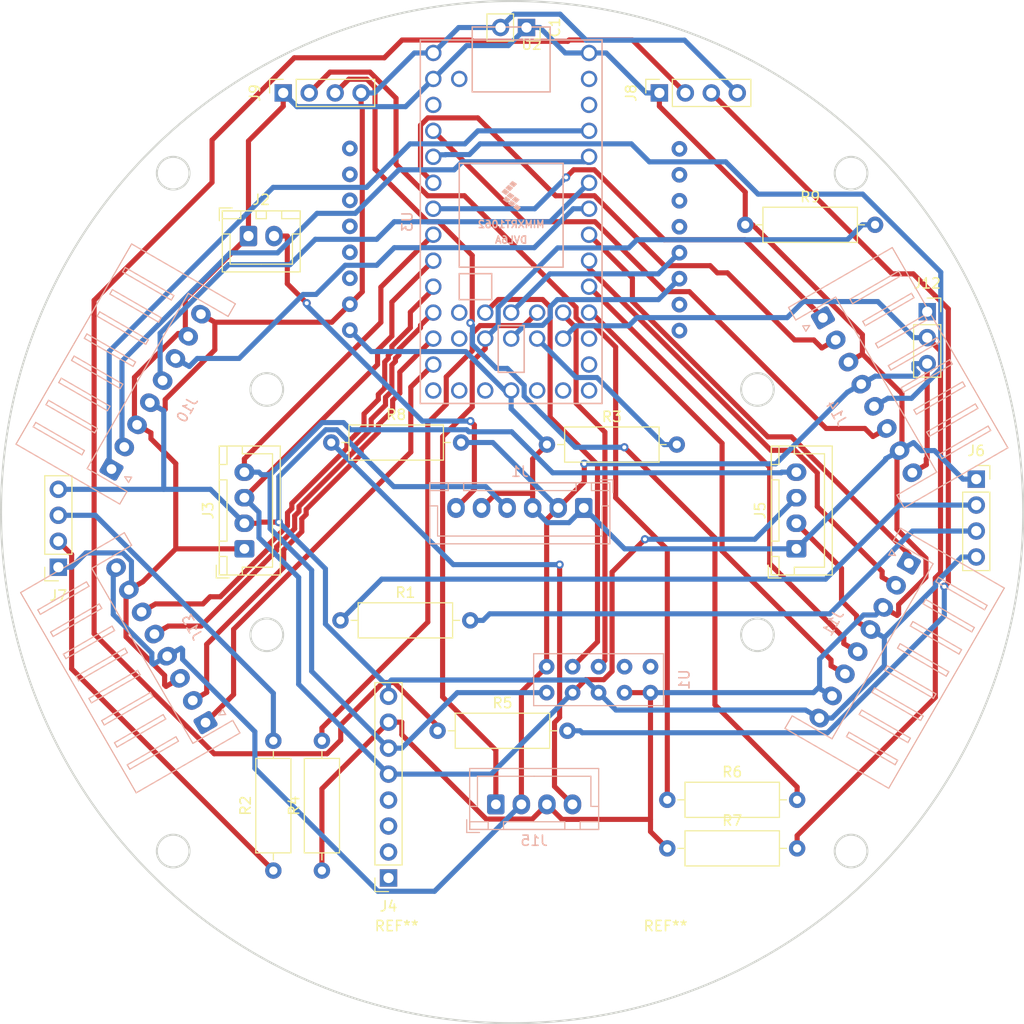
<source format=kicad_pcb>
(kicad_pcb (version 20211014) (generator pcbnew)
  (layers (0 "F.Cu" signal) (31 "B.Cu" signal) (34 "B.Paste" user) (35 "F.Paste" user) (36 "B.SilkS" user "B.Silkscreen") (37 "F.SilkS" user "F.Silkscreen") (38 "B.Mask" user) (39 "F.Mask" user) (44 "Edge.Cuts" user))
  (net 0 "")
  (net 1 "GND")
  (net 2 "5V")
  (net 3 "3.3V")
  (net 4 "7.4V")
  (net 5 "SDA")
  (net 6 "SCL")
  (net 7 "Net-(J4-Pad1)")
  (net 8 "Net-(J4-Pad2)")
  (net 9 "Net-(J4-Pad3)")
  (net 10 "Net-(J4-Pad4)")
  (net 11 "Net-(J6-Pad2)")
  (net 12 "HC-SR04-Front")
  (net 13 "Net-(J7-Pad2)")
  (net 14 "HC-SR04-Left")
  (net 15 "HC-SR04-Back")
  (net 16 "Net-(J8-Pad2)")
  (net 17 "HC-SR04-Right")
  (net 18 "Net-(J9-Pad2)")
  (net 19 "M1_PWM")
  (net 20 "M1_DIR")
  (net 21 "M2_PWM")
  (net 22 "M2_DIR")
  (net 23 "M4_DIR")
  (net 24 "M4_PWM")
  (net 25 "M3_DIR")
  (net 26 "M3_PWM")
  (net 27 "Net-(J12-Pad1)")
  (net 28 "Net-(J12-Pad2)")
  (net 29 "A0")
  (net 30 "A1")
  (net 31 "A2")
  (net 32 "A3")
  (net 33 "A9")
  (net 34 "A8")
  (net 35 "A7")
  (net 36 "A6")
  (net 37 "A12")
  (net 38 "Net-(J15-Pad4)")
  (net 39 "LED2")
  (net 40 "LED1")
  (net 41 "UI_1")
  (net 42 "UI_2")
  (net 43 "UI_3")
  (net 44 "UI_4")
  (net 45 "Net-(U2-Pad1)")
  (net 46 "Net-(U2-Pad2)")
  (net 47 "RX")
  (net 48 "TX")
  (net 49 "Net-(U2-Pad5)")
  (net 50 "Net-(U2-Pad6)")
  (net 51 "Net-(U2-Pad7)")
  (net 52 "Net-(U2-Pad8)")
  (net 53 "Net-(U2-Pad11)")
  (net 54 "Net-(U2-Pad12)")
  (net 55 "Net-(U2-Pad13)")
  (net 56 "Net-(U2-Pad14)")
  (net 57 "Net-(U2-Pad15)")
  (net 58 "Net-(U2-Pad16)")
  (net 59 "Net-(U3-Pad18)")
  (net 60 "Net-(U3-Pad19)")
  (net 61 "Net-(U3-Pad20)")
  (net 62 "Net-(U3-Pad16)")
  (net 63 "Net-(U3-Pad15)")
  (net 64 "Net-(U3-Pad14)")
  (net 65 "Net-(U3-Pad31)")
  (net 66 "Net-(U3-Pad34)")
  (net 67 "Net-(U3-Pad13)")
  (net 68 "Net-(U3-Pad12)")
  (net 69 "Net-(U3-Pad3)")
  (net 70 "Net-(U3-Pad2)")
  (net 71 "Net-(U3-Pad35)")
  (net 72 "Net-(U3-Pad36)")
  (footprint "Connector_PinSocket_2.54mm:PinSocket_1x02_P2.54mm_Vertical" (layer "F.Cu") (at 146 51 -90)
    (fp_text reference "C1")
    (fp_text value "C")
  )
  (footprint "Connector_JST:JST_XH_B2B-XH-A_1x02_P2.50mm_Vertical" (layer "F.Cu") (at 118.8 71.4)
    (fp_text reference "J2")
    (fp_text value "Voltage")
  )
  (footprint "Connector_JST:JST_XH_B4B-XH-A_1x04_P2.50mm_Vertical" (layer "F.Cu") (at 118.4 102 90)
    (fp_text reference "J3")
    (fp_text value "I2C Port")
  )
  (footprint "Connector_PinSocket_2.54mm:PinSocket_1x08_P2.54mm_Vertical" (layer "F.Cu") (at 132.5 134.2 180)
    (fp_text reference "J4")
    (fp_text value "Gyro")
  )
  (footprint "Connector_JST:JST_XH_B4B-XH-A_1x04_P2.50mm_Vertical" (layer "F.Cu") (at 172.4 102 90)
    (fp_text reference "J5")
    (fp_text value "I2C Port")
  )
  (footprint "Connector_PinSocket_2.54mm:PinSocket_1x04_P2.54mm_Vertical" (layer "F.Cu") (at 190 95.18)
    (fp_text reference "J6")
    (fp_text value "HC SR04")
  )
  (footprint "Connector_PinSocket_2.54mm:PinSocket_1x04_P2.54mm_Vertical" (layer "F.Cu") (at 100.2 103.8 180)
    (fp_text reference "J7")
    (fp_text value "HC SR04")
  )
  (footprint "Connector_PinSocket_2.54mm:PinSocket_1x04_P2.54mm_Vertical" (layer "F.Cu") (at 159 57.4 90)
    (fp_text reference "J8")
    (fp_text value "HC SR04")
  )
  (footprint "Connector_PinSocket_2.54mm:PinSocket_1x04_P2.54mm_Vertical" (layer "F.Cu") (at 122.2 57.4 90)
    (fp_text reference "J9")
    (fp_text value "HC SR04")
  )
  (footprint "Connector_PinSocket_2.54mm:PinSocket_1x03_P2.54mm_Vertical" (layer "F.Cu") (at 185.2 78.8)
    (fp_text reference "J12")
    (fp_text value "MotorSwitch")
  )
  (footprint "Resistor_THT:R_Axial_DIN0309_L9.0mm_D3.2mm_P12.70mm_Horizontal" (layer "F.Cu") (at 127.8 109)
    (fp_text reference "R1")
    (fp_text value "R")
  )
  (footprint "Resistor_THT:R_Axial_DIN0309_L9.0mm_D3.2mm_P12.70mm_Horizontal" (layer "F.Cu") (at 121.235 133.475 90)
    (fp_text reference "R2")
    (fp_text value "R")
  )
  (footprint "Resistor_THT:R_Axial_DIN0309_L9.0mm_D3.2mm_P12.70mm_Horizontal" (layer "F.Cu") (at 148 91.8)
    (fp_text reference "R3")
    (fp_text value "100K")
  )
  (footprint "Resistor_THT:R_Axial_DIN0309_L9.0mm_D3.2mm_P12.70mm_Horizontal" (layer "F.Cu") (at 125.985 133.475 90)
    (fp_text reference "R4")
    (fp_text value "100K")
  )
  (footprint "Resistor_THT:R_Axial_DIN0309_L9.0mm_D3.2mm_P12.70mm_Horizontal" (layer "F.Cu") (at 137.3 119.8)
    (fp_text reference "R5")
    (fp_text value "R")
  )
  (footprint "Resistor_THT:R_Axial_DIN0309_L9.0mm_D3.2mm_P12.70mm_Horizontal" (layer "F.Cu") (at 159.775 126.555)
    (fp_text reference "R6")
    (fp_text value "R")
  )
  (footprint "Resistor_THT:R_Axial_DIN0309_L9.0mm_D3.2mm_P12.70mm_Horizontal" (layer "F.Cu") (at 159.775 131.305)
    (fp_text reference "R7")
    (fp_text value "100k")
  )
  (footprint "Resistor_THT:R_Axial_DIN0309_L9.0mm_D3.2mm_P12.70mm_Horizontal" (layer "F.Cu") (at 126.9 91.6)
    (fp_text reference "R8")
    (fp_text value "47")
  )
  (footprint "Resistor_THT:R_Axial_DIN0309_L9.0mm_D3.2mm_P12.70mm_Horizontal" (layer "F.Cu") (at 167.4 70.3)
    (fp_text reference "R9")
    (fp_text value "100k")
  )
  (footprint "OpenMV_KICAD_LIB:OPENMV_H7" (layer "F.Cu") (at 146.5 57.75 180)
    (fp_text reference "U2")
    (fp_text value "OpenMV")
  )
  (footprint "MountingHole:MountingHole_2.2mm_M2" (layer "F.Cu") (at 133.3 142.1)
    (fp_text reference "REF**")
    (fp_text value "MountingHole_2.2mm_M2")
  )
  (footprint "MountingHole:MountingHole_2.2mm_M2" (layer "F.Cu") (at 159.6 142.1)
    (fp_text reference "REF**")
    (fp_text value "MountingHole_2.2mm_M2")
  )
  (footprint "Connector_JST:JST_XH_B6B-XH-A_1x06_P2.50mm_Vertical" (layer "B.Cu") (at 151.6 98 180)
    (fp_text reference "J1")
    (fp_text value "Power IN")
  )
  (footprint "Connector_JST:JST_XH_S8B-XH-A_1x08_P2.50mm_Horizontal" (layer "B.Cu") (at 105.4 94.2 60)
    (fp_text reference "J10")
    (fp_text value "Motor Right")
  )
  (footprint "Connector_JST:JST_XH_S8B-XH-A_1x08_P2.50mm_Horizontal" (layer "B.Cu") (at 183.4 103.4 -120)
    (fp_text reference "J11")
    (fp_text value "Motor Left")
  )
  (footprint "Connector_JST:JST_XH_S8B-XH-A_1x08_P2.50mm_Horizontal" (layer "B.Cu") (at 114.6 119 120)
    (fp_text reference "J13")
    (fp_text value "LIne Right")
  )
  (footprint "Connector_JST:JST_XH_S8B-XH-A_1x08_P2.50mm_Horizontal" (layer "B.Cu") (at 175 79.4 -60)
    (fp_text reference "J14")
    (fp_text value "Line Left")
  )
  (footprint "Connector_JST:JST_XH_B4B-XH-A_1x04_P2.50mm_Vertical" (layer "B.Cu") (at 143 127)
    (fp_text reference "J15")
    (fp_text value "Conn_01x04")
  )
  (footprint "My_Lib:20pin_FlatCable" (layer "B.Cu") (at 159.4 114.8 90)
    (fp_text reference "U1")
    (fp_text value "10pin_FlatCable")
  )
  (footprint "teensy:Teensy40" (layer "B.Cu") (at 144.5 70 -90)
    (fp_text reference "U3")
    (fp_text value "Teensy4.0")
  )
  (gr_circle (center 168.59182 110.408179) (end 170.19182 110.408179) (layer "Edge.Cuts") (width 0.2) (fill none))
  (gr_circle (center 144.591821 98.408179) (end 194.59182 98.408179) (layer "Edge.Cuts") (width 0.2) (fill none))
  (gr_circle (center 120.591821 110.408179) (end 122.191821 110.408179) (layer "Edge.Cuts") (width 0.2) (fill none))
  (gr_circle (center 111.433642 65.25) (end 113.033642 65.25) (layer "Edge.Cuts") (width 0.2) (fill none))
  (gr_circle (center 177.75 131.566358) (end 179.35 131.566358) (layer "Edge.Cuts") (width 0.2) (fill none))
  (gr_circle (center 168.591821 86.408179) (end 170.191821 86.408179) (layer "Edge.Cuts") (width 0.2) (fill none))
  (gr_circle (center 111.433642 131.566358) (end 113.033642 131.566358) (layer "Edge.Cuts") (width 0.2) (fill none))
  (gr_circle (center 120.591821 86.40818) (end 122.191821 86.40818) (layer "Edge.Cuts") (width 0.2) (fill none))
  (gr_circle (center 177.75 65.25) (end 179.35 65.25) (layer "Edge.Cuts") (width 0.2) (fill none))
  (segment (start 158.13 116.07) (end 155.59 116.07) (width 0.5) (layer "F.Cu") (net 1))
  (segment (start 107.1 106.0096) (end 108.4594 105.2248) (width 0.5) (layer "F.Cu") (net 1))
  (segment (start 112.1 114.6699) (end 110.7406 115.4547) (width 0.5) (layer "F.Cu") (net 1))
  (segment (start 177.5 83.7301) (end 178.8594 82.9453) (width 0.5) (layer "F.Cu") (net 1))
  (segment (start 111.6842 102) (end 118.4 102) (width 0.5) (layer "F.Cu") (net 1))
  (segment (start 178.8594 82.9453) (end 182.7302 86.8161) (width 0.5) (layer "F.Cu") (net 1))
  (segment (start 110.5963 114.3828) (end 106.8225 110.609) (width 0.5) (layer "F.Cu") (net 1))
  (segment (start 109.2593 91.2292) (end 109.2593 90.6548) (width 0.5) (layer "F.Cu") (net 1))
  (segment (start 112.6225 80.9321) (end 112.9 81.2096) (width 0.5) (layer "F.Cu") (net 1))
  (segment (start 141.6 98) (end 143.0253 96.5747) (width 0.5) (layer "F.Cu") (net 1))
  (segment (start 107.9 89.8699) (end 109.2594 90.6547) (width 0.5) (layer "F.Cu") (net 1))
  (segment (start 122.2 57.4) (end 122.2 58.7003) (width 0.5) (layer "F.Cu") (net 1))
  (segment (start 159 57.4) (end 159 58.7003) (width 0.5) (layer "F.Cu") (net 1))
  (segment (start 167.4 67.1003) (end 159 58.7003) (width 0.5) (layer "F.Cu") (net 1))
  (segment (start 178.8594 81.045) (end 168.1144 70.3) (width 0.5) (layer "F.Cu") (net 1))
  (segment (start 112.6225 80.9321) (end 111.932 80.9321) (width 0.5) (layer "F.Cu") (net 1))
  (segment (start 118.8 62.1003) (end 118.8 71.4) (width 0.5) (layer "F.Cu") (net 1))
  (segment (start 182.7302 92.1602) (end 182.5 92.3904) (width 0.5) (layer "F.Cu") (net 1))
  (segment (start 125.985 125.475) (end 132.5 118.96) (width 0.5) (layer "F.Cu") (net 1))
  (segment (start 108.4594 105.2248) (end 111.6842 102) (width 0.5) (layer "F.Cu") (net 1))
  (segment (start 110.7406 115.4547) (end 110.5963 115.3104) (width 0.5) (layer "F.Cu") (net 1))
  (segment (start 182.4037 108.3707) (end 182.2594 108.515) (width 0.5) (layer "F.Cu") (net 1))
  (segment (start 111.6842 93.6541) (end 109.2593 91.2292) (width 0.5) (layer "F.Cu") (net 1))
  (segment (start 158.13 128.4692) (end 158.13 116.07) (width 0.5) (layer "F.Cu") (net 1))
  (segment (start 112.6225 77.5775) (end 112.6225 80.9321) (width 0.5) (layer "F.Cu") (net 1))
  (segment (start 125.985 133.475) (end 125.985 125.475) (width 0.5) (layer "F.Cu") (net 1))
  (segment (start 167.4 70.3) (end 167.4 67.1003) (width 0.5) (layer "F.Cu") (net 1))
  (segment (start 111.6842 102) (end 111.6842 93.6541) (width 0.5) (layer "F.Cu") (net 1))
  (segment (start 148 127) (end 146.5623 128.4377) (width 0.5) (layer "F.Cu") (net 1))
  (segment (start 146.6 96.5747) (end 146.6 93.2) (width 0.5) (layer "F.Cu") (net 1))
  (segment (start 133.8003 120.179) (end 133.8003 118.96) (width 0.5) (layer "F.Cu") (net 1))
  (segment (start 182.7302 86.8161) (end 182.7302 92.1602) (width 0.5) (layer "F.Cu") (net 1))
  (segment (start 182.5 92.3904) (end 182.2423 92.6481) (width 0.5) (layer "F.Cu") (net 1))
  (segment (start 106.8225 110.609) (end 106.8225 106.2871) (width 0.5) (layer "F.Cu") (net 1))
  (segment (start 180.9 107.7301) (end 182.2594 108.515) (width 0.5) (layer "F.Cu") (net 1))
  (segment (start 182.4037 107.4476) (end 182.4037 108.3707) (width 0.5) (layer "F.Cu") (net 1))
  (segment (start 146.6 93.2) (end 148 91.8) (width 0.5) (layer "F.Cu") (net 1))
  (segment (start 110.5963 115.3104) (end 110.5963 114.3828) (width 0.5) (layer "F.Cu") (net 1))
  (segment (start 142.059 128.4377) (end 133.8003 120.179) (width 0.5) (layer "F.Cu") (net 1))
  (segment (start 159.775 131.305) (end 158.13 129.66) (width 0.5) (layer "F.Cu") (net 1))
  (segment (start 149.4692 128.4692) (end 148 127) (width 0.5) (layer "F.Cu") (net 1))
  (segment (start 118.8 71.4) (end 112.6225 77.5775) (width 0.5) (layer "F.Cu") (net 1))
  (segment (start 146.6 98) (end 146.6 96.5747) (width 0.5) (layer "F.Cu") (net 1))
  (segment (start 106.8225 106.2871) (end 107.1 106.0096) (width 0.5) (layer "F.Cu") (net 1))
  (segment (start 185.0775 104.7738) (end 182.4037 107.4476) (width 0.5) (layer "F.Cu") (net 1))
  (segment (start 158.13 128.4692) (end 149.4692 128.4692) (width 0.5) (layer "F.Cu") (net 1))
  (segment (start 158.13 129.66) (end 158.13 128.4692) (width 0.5) (layer "F.Cu") (net 1))
  (segment (start 168.1144 70.3) (end 167.4 70.3) (width 0.5) (layer "F.Cu") (net 1))
  (segment (start 146.5623 128.4377) (end 142.059 128.4377) (width 0.5) (layer "F.Cu") (net 1))
  (segment (start 185.0775 102.9178) (end 185.0775 104.7738) (width 0.5) (layer "F.Cu") (net 1))
  (segment (start 182.2423 100.0826) (end 185.0775 102.9178) (width 0.5) (layer "F.Cu") (net 1))
  (segment (start 111.932 80.9321) (end 107.6451 85.219) (width 0.5) (layer "F.Cu") (net 1))
  (segment (start 107.6451 85.219) (end 107.6451 89.615) (width 0.5) (layer "F.Cu") (net 1))
  (segment (start 122.2 58.7003) (end 118.8 62.1003) (width 0.5) (layer "F.Cu") (net 1))
  (segment (start 109.2593 90.6548) (end 109.2594 90.6547) (width 0.5) (layer "F.Cu") (net 1))
  (segment (start 182.2423 92.6481) (end 182.2423 100.0826) (width 0.5) (layer "F.Cu") (net 1))
  (segment (start 107.6451 89.615) (end 107.9 89.8699) (width 0.5) (layer "F.Cu") (net 1))
  (segment (start 178.8594 82.9453) (end 178.8594 81.045) (width 0.5) (layer "F.Cu") (net 1))
  (segment (start 132.5 118.96) (end 133.8003 118.96) (width 0.5) (layer "F.Cu") (net 1))
  (segment (start 143.0253 96.5747) (end 146.6 96.5747) (width 0.5) (layer "F.Cu") (net 1))
  (segment (start 149.7903 53.49) (end 147.3003 51) (width 0.5) (layer "B.Cu") (net 1))
  (segment (start 134.1682 58.7418) (end 123.5418 58.7418) (width 0.5) (layer "B.Cu") (net 1))
  (segment (start 152.12 53.49) (end 149.7903 53.49) (width 0.5) (layer "B.Cu") (net 1))
  (segment (start 190 95.18) (end 188.6997 95.18) (width 0.5) (layer "B.Cu") (net 1))
  (segment (start 174.6736 115.6823) (end 174.5406 115.6056) (width 0.5) (layer "B.Cu") (net 1))
  (segment (start 174.0762 116.07) (end 174.5406 115.6056) (width 0.5) (layer "B.Cu") (net 1))
  (segment (start 144.5 88.3) (end 148 91.8) (width 0.5) (layer "B.Cu") (net 1))
  (segment (start 130.81 82.7) (end 128.72 80.61) (width 0.5) (layer "B.Cu") (net 1))
  (segment (start 184.6442 92.3904) (end 183.8594 91.6056) (width 0.5) (layer "B.Cu") (net 1))
  (segment (start 107.1 106.0096) (end 107.3522 105.7574) (width 0.5) (layer "B.Cu") (net 1))
  (segment (start 174.6736 112.7739) (end 178.9774 108.4701) (width 0.5) (layer "B.Cu") (net 1))
  (segment (start 182.5 92.3904) (end 181.1406 93.1752) (width 0.5) (layer "B.Cu") (net 1))
  (segment (start 150.1614 99.4386) (end 148.0386 99.4386) (width 0.5) (layer "B.Cu") (net 1))
  (segment (start 159 57.4) (end 157.6997 57.4) (width 0.5) (layer "B.Cu") (net 1))
  (segment (start 140.0565 82.7) (end 130.81 82.7) (width 0.5) (layer "B.Cu") (net 1))
  (segment (start 155.6 102) (end 151.6 98) (width 0.5) (layer "B.Cu") (net 1))
  (segment (start 181.1407 93.1753) (end 181.1406 93.1752) (width 0.5) (layer "B.Cu") (net 1))
  (segment (start 175.9 116.3904) (end 174.6736 115.6823) (width 0.5) (layer "B.Cu") (net 1))
  (segment (start 107.3522 105.7574) (end 107.3522 103.236) (width 0.5) (layer "B.Cu") (net 1))
  (segment (start 143.8665 86.51) (end 140.0565 82.7) (width 0.5) (layer "B.Cu") (net 1))
  (segment (start 148.0386 99.4386) (end 146.6 98) (width 0.5) (layer "B.Cu") (net 1))
  (segment (start 106.5148 102.3986) (end 102.9017 102.3986) (width 0.5) (layer "B.Cu") (net 1))
  (segment (start 185.9101 92.3904) (end 184.6442 92.3904) (width 0.5) (layer "B.Cu") (net 1))
  (segment (start 144.5 86.51) (end 143.8665 86.51) (width 0.5) (layer "B.Cu") (net 1))
  (segment (start 144.5 86.51) (end 144.5 88.3) (width 0.5) (layer "B.Cu") (net 1))
  (segment (start 123.5418 58.7418) (end 122.2 57.4) (width 0.5) (layer "B.Cu") (net 1))
  (segment (start 107.3522 103.236) (end 106.5148 102.3986) (width 0.5) (layer "B.Cu") (net 1))
  (segment (start 174.6736 115.6823) (end 174.6736 112.7739) (width 0.5) (layer "B.Cu") (net 1))
  (segment (start 172.4 102) (end 155.6 102) (width 0.5) (layer "B.Cu") (net 1))
  (segment (start 178.9774 108.4701) (end 180.16 108.4701) (width 0.5) (layer "B.Cu") (net 1))
  (segment (start 144.2317 52.7683) (end 140.1417 52.7683) (width 0.5) (layer "B.Cu") (net 1))
  (segment (start 188.6997 95.18) (end 185.9101 92.3904) (width 0.5) (layer "B.Cu") (net 1))
  (segment (start 158.13 116.07) (end 174.0762 116.07) (width 0.5) (layer "B.Cu") (net 1))
  (segment (start 136.88 56.03) (end 134.1682 58.7418) (width 0.5) (layer "B.Cu") (net 1))
  (segment (start 102.9017 102.3986) (end 101.5003 103.8) (width 0.5) (layer "B.Cu") (net 1))
  (segment (start 172.4 102) (end 181.1407 93.2593) (width 0.5) (layer "B.Cu") (net 1))
  (segment (start 180.16 108.4701) (end 180.9 107.7301) (width 0.5) (layer "B.Cu") (net 1))
  (segment (start 100.2 103.8) (end 101.5003 103.8) (width 0.5) (layer "B.Cu") (net 1))
  (segment (start 140.1417 52.7683) (end 136.88 56.03) (width 0.5) (layer "B.Cu") (net 1))
  (segment (start 146 51) (end 147.3003 51) (width 0.5) (layer "B.Cu") (net 1))
  (segment (start 151.6 98) (end 150.1614 99.4386) (width 0.5) (layer "B.Cu") (net 1))
  (segment (start 182.5 92.3904) (end 183.8594 91.6056) (width 0.5) (layer "B.Cu") (net 1))
  (segment (start 153.7897 53.49) (end 152.12 53.49) (width 0.5) (layer "B.Cu") (net 1))
  (segment (start 146 51) (end 144.2317 52.7683) (width 0.5) (layer "B.Cu") (net 1))
  (segment (start 181.1407 93.2593) (end 181.1407 93.1753) (width 0.5) (layer "B.Cu") (net 1))
  (segment (start 157.6997 57.4) (end 153.7897 53.49) (width 0.5) (layer "B.Cu") (net 1))
  (segment (start 129.82 57.4) (end 129.82 58.7003) (width 0.5) (layer "F.Cu") (net 2))
  (segment (start 126.9606 79.8294) (end 128.72 78.07) (width 0.5) (layer "F.Cu") (net 2))
  (segment (start 109.15 87.7048) (end 110.5094 88.4896) (width 0.5) (layer "F.Cu") (net 2))
  (segment (start 110.6537 87.3914) (end 110.6537 88.3453) (width 0.5) (layer "F.Cu") (net 2))
  (segment (start 115.5094 79.8294) (end 115.5094 82.5357) (width 0.5) (layer "F.Cu") (net 2))
  (segment (start 114.15 79.0446) (end 115.5094 79.8294) (width 0.5) (layer "F.Cu") (net 2))
  (segment (start 129.82 58.7003) (end 129.9338 58.8141) (width 0.5) (layer "F.Cu") (net 2))
  (segment (start 176.8172 103.9172) (end 172.4 99.5) (width 0.5) (layer "F.Cu") (net 2))
  (segment (start 129.9338 76.8562) (end 128.72 78.07) (width 0.5) (layer "F.Cu") (net 2))
  (segment (start 178.2907 109.1103) (end 178.2907 108.5359) (width 0.5) (layer "F.Cu") (net 2))
  (segment (start 119.9364 99.3889) (end 121.7674 99.3889) (width 0.5) (layer "F.Cu") (net 2))
  (segment (start 179.65 109.8952) (end 178.2906 109.1104) (width 0.5) (layer "F.Cu") (net 2))
  (segment (start 115.5094 82.5357) (end 110.6537 87.3914) (width 0.5) (layer "F.Cu") (net 2))
  (segment (start 115.5094 79.8294) (end 126.9606 79.8294) (width 0.5) (layer "F.Cu") (net 2))
  (segment (start 178.2906 109.1104) (end 178.2907 109.1103) (width 0.5) (layer "F.Cu") (net 2))
  (segment (start 118.4 99.5) (end 119.8253 99.5) (width 0.5) (layer "F.Cu") (net 2))
  (segment (start 176.8172 107.0624) (end 176.8172 103.9172) (width 0.5) (layer "F.Cu") (net 2))
  (segment (start 119.8253 99.5) (end 119.9364 99.3889) (width 0.5) (layer "F.Cu") (net 2))
  (segment (start 178.2907 108.5359) (end 176.8172 107.0624) (width 0.5) (layer "F.Cu") (net 2))
  (segment (start 110.6537 88.3453) (end 110.5094 88.4896) (width 0.5) (layer "F.Cu") (net 2))
  (segment (start 129.9338 58.8141) (end 129.9338 76.8562) (width 0.5) (layer "F.Cu") (net 2))
  (via (at 121.7674 99.3889) (size 0.8) (drill 0.4) (layers "F.Cu" "B.Cu") (net 2))
  (segment (start 188.567 102.8) (end 186.0212 105.3458) (width 0.5) (layer "B.Cu") (net 2))
  (segment (start 174.65 118.5554) (end 173.2906 117.7706) (width 0.5) (layer "B.Cu") (net 2))
  (segment (start 139.37 51) (end 143.46 51) (width 0.5) (layer "B.Cu") (net 2))
  (segment (start 110.5094 88.4896) (end 110.5093 88.4897) (width 0.5) (layer "B.Cu") (net 2))
  (segment (start 127.45 90.3496) (end 133.0157 95.9153) (width 0.5) (layer "B.Cu") (net 2))
  (segment (start 121.7674 99.3889) (end 121.7674 94.9466) (width 0.5) (layer "B.Cu") (net 2))
  (segment (start 161.4596 52.2396) (end 151.8322 52.2396) (width 0.5) (layer "B.Cu") (net 2))
  (segment (start 154.7506 117.7706) (end 153.05 116.07) (width 0.5) (layer "B.Cu") (net 2))
  (segment (start 144.7604 49.6996) (end 143.46 51) (width 0.5) (layer "B.Cu") (net 2))
  (segment (start 135.0303 53.49) (end 136.88 53.49) (width 0.5) (layer "B.Cu") (net 2))
  (segment (start 181.0094 113.4328) (end 175.8868 118.5554) (width 0.5) (layer "B.Cu") (net 2))
  (segment (start 186.0212 105.3458) (end 186.0212 105.6682) (width 0.5) (layer "B.Cu") (net 2))
  (segment (start 142.0153 95.9153) (end 144.1 98) (width 0.5) (layer "B.Cu") (net 2))
  (segment (start 173.2906 117.7706) (end 154.7506 117.7706) (width 0.5) (layer "B.Cu") (net 2))
  (segment (start 126.3304 109.3564) (end 132.0937 115.1197) (width 0.5) (layer "B.Cu") (net 2))
  (segment (start 126.3304 103.9519) (end 126.3304 109.3564) (width 0.5) (layer "B.Cu") (net 2))
  (segment (start 131.1203 57.4) (end 135.0303 53.49) (width 0.5) (layer "B.Cu") (net 2))
  (segment (start 151.8125 114.8325) (end 132.7872 114.8325) (width 0.5) (layer "B.Cu") (net 2))
  (segment (start 153.05 116.07) (end 151.8125 114.8325) (width 0.5) (layer "B.Cu") (net 2))
  (segment (start 133.0157 95.9153) (end 142.0153 95.9153) (width 0.5) (layer "B.Cu") (net 2))
  (segment (start 181.0094 110.68) (end 181.0094 113.4328) (width 0.5) (layer "B.Cu") (net 2))
  (segment (start 186.0212 105.6682) (end 181.0094 110.68) (width 0.5) (layer "B.Cu") (net 2))
  (segment (start 100.2 96.18) (end 110.5093 96.18) (width 0.5) (layer "B.Cu") (net 2))
  (segment (start 115.08 96.18) (end 118.4 99.5) (width 0.5) (layer "B.Cu") (net 2))
  (segment (start 188.6997 102.8) (end 188.567 102.8) (width 0.5) (layer "B.Cu") (net 2))
  (segment (start 129.82 57.4) (end 131.1203 57.4) (width 0.5) (layer "B.Cu") (net 2))
  (segment (start 166.62 57.4) (end 161.4596 52.2396) (width 0.5) (layer "B.Cu") (net 2))
  (segment (start 110.5093 88.4897) (end 110.5093 96.18) (width 0.5) (layer "B.Cu") (net 2))
  (segment (start 132.0937 115.1197) (end 132.5 115.1197) (width 0.5) (layer "B.Cu") (net 2))
  (segment (start 110.5093 96.18) (end 115.08 96.18) (width 0.5) (layer "B.Cu") (net 2))
  (segment (start 121.7674 94.9466) (end 126.3644 90.3496) (width 0.5) (layer "B.Cu") (net 2))
  (segment (start 126.3644 90.3496) (end 127.45 90.3496) (width 0.5) (layer "B.Cu") (net 2))
  (segment (start 175.8868 118.5554) (end 174.65 118.5554) (width 0.5) (layer "B.Cu") (net 2))
  (segment (start 132.7872 114.8325) (end 132.5 115.1197) (width 0.5) (layer "B.Cu") (net 2))
  (segment (start 190 102.8) (end 188.6997 102.8) (width 0.5) (layer "B.Cu") (net 2))
  (segment (start 179.65 109.8952) (end 181.0094 110.68) (width 0.5) (layer "B.Cu") (net 2))
  (segment (start 149.2922 49.6996) (end 144.7604 49.6996) (width 0.5) (layer "B.Cu") (net 2))
  (segment (start 136.88 53.49) (end 139.37 51) (width 0.5) (layer "B.Cu") (net 2))
  (segment (start 151.8322 52.2396) (end 149.2922 49.6996) (width 0.5) (layer "B.Cu") (net 2))
  (segment (start 121.7674 99.3889) (end 126.3304 103.9519) (width 0.5) (layer "B.Cu") (net 2))
  (segment (start 132.5 116.42) (end 132.5 115.1197) (width 0.5) (layer "B.Cu") (net 2))
  (segment (start 109.15 87.7048) (end 110.5094 88.4896) (width 0.5) (layer "B.Cu") (net 2))
  (segment (start 147.97 113.53) (end 147.97 99.13) (width 0.5) (layer "F.Cu") (net 3))
  (segment (start 185.2 93.1054) (end 185.1093 93.1961) (width 0.5) (layer "F.Cu") (net 3))
  (segment (start 183.75 94.5554) (end 185.1094 93.7706) (width 0.5) (layer "F.Cu") (net 3))
  (segment (start 147.97 99.13) (end 149.1 98) (width 0.5) (layer "F.Cu") (net 3))
  (segment (start 185.1093 93.1961) (end 185.1093 93.7705) (width 0.5) (layer "F.Cu") (net 3))
  (segment (start 185.2 83.88) (end 185.2 93.1054) (width 0.5) (layer "F.Cu") (net 3))
  (segment (start 145.5 116) (end 147.97 113.53) (width 0.5) (layer "F.Cu") (net 3))
  (segment (start 151.651 95.449) (end 151.651 93.6788) (width 0.5) (layer "F.Cu") (net 3))
  (segment (start 149.1 98) (end 151.651 95.449) (width 0.5) (layer "F.Cu") (net 3))
  (segment (start 185.1093 93.7705) (end 185.1094 93.7706) (width 0.5) (layer "F.Cu") (net 3))
  (segment (start 145.5 127) (end 145.5 116) (width 0.5) (layer "F.Cu") (net 3))
  (via (at 151.651 93.6788) (size 0.8) (drill 0.4) (layers "F.Cu" "B.Cu") (net 3))
  (segment (start 178.75 85.8952) (end 180.1094 85.1104) (width 0.5) (layer "B.Cu") (net 3))
  (segment (start 142.7 91.6) (end 139.6 91.6) (width 0.5) (layer "B.Cu") (net 3))
  (segment (start 149.1 98) (end 142.7 91.6) (width 0.5) (layer "B.Cu") (net 3))
  (segment (start 105.5737 104.1209) (end 105.5737 108.431) (width 0.5) (layer "B.Cu") (net 3))
  (segment (start 112.3537 111.8643) (end 112.2094 111.72) (width 0.5) (layer "B.Cu") (net 3))
  (segment (start 178.75 85.8952) (end 177.3906 86.68) (width 0.5) (layer "B.Cu") (net 3))
  (segment (start 145.5 127) (end 136.9996 135.5004) (width 0.5) (layer "B.Cu") (net 3))
  (segment (start 119.4272 119.8858) (end 112.3537 112.8123) (width 0.5) (layer "B.Cu") (net 3))
  (segment (start 180.1094 85.1104) (end 183.9696 85.1104) (width 0.5) (layer "B.Cu") (net 3))
  (segment (start 131.4563 135.5004) (end 119.4272 123.4713) (width 0.5) (layer "B.Cu") (net 3))
  (segment (start 109.3463 112.2036) (end 109.3463 113.1453) (width 0.5) (layer "B.Cu") (net 3))
  (segment (start 105.5737 108.431) (end 109.3463 112.2036) (width 0.5) (layer "B.Cu") (net 3))
  (segment (start 151.651 93.6788) (end 170.3918 93.6788) (width 0.5) (layer "B.Cu") (net 3))
  (segment (start 170.3918 93.6788) (end 177.3906 86.68) (width 0.5) (layer "B.Cu") (net 3))
  (segment (start 119.4272 123.4713) (end 119.4272 119.8858) (width 0.5) (layer "B.Cu") (net 3))
  (segment (start 136.9996 135.5004) (end 131.4563 135.5004) (width 0.5) (layer "B.Cu") (net 3))
  (segment (start 183.8997 84.4186) (end 183.8997 83.88) (width 0.5) (layer "B.Cu") (net 3))
  (segment (start 185.2 83.88) (end 183.8997 83.88) (width 0.5) (layer "B.Cu") (net 3))
  (segment (start 109.3463 113.1453) (end 109.4906 113.2896) (width 0.5) (layer "B.Cu") (net 3))
  (segment (start 184.2805 84.7994) (end 183.8997 84.4186) (width 0.5) (layer "B.Cu") (net 3))
  (segment (start 110.85 112.5048) (end 112.2094 111.72) (width 0.5) (layer "B.Cu") (net 3))
  (segment (start 105.85 103.8446) (end 105.5737 104.1209) (width 0.5) (layer "B.Cu") (net 3))
  (segment (start 112.3537 112.8123) (end 112.3537 111.8643) (width 0.5) (layer "B.Cu") (net 3))
  (segment (start 183.9696 85.1104) (end 184.2805 84.7995) (width 0.5) (layer "B.Cu") (net 3))
  (segment (start 110.85 112.5048) (end 109.4906 113.2896) (width 0.5) (layer "B.Cu") (net 3))
  (segment (start 184.2805 84.7995) (end 184.2805 84.7994) (width 0.5) (layer "B.Cu") (net 3))
  (segment (start 122.6003 76.0655) (end 124.4985 77.9637) (width 0.5) (layer "F.Cu") (net 4))
  (segment (start 140.8992 89.8897) (end 140.8992 96.2008) (width 0.5) (layer "F.Cu") (net 4))
  (segment (start 121.3 71.4) (end 122.6003 71.4) (width 0.5) (layer "F.Cu") (net 4))
  (segment (start 140.8992 96.2008) (end 139.1 98) (width 0.5) (layer "F.Cu") (net 4))
  (segment (start 122.6003 71.4) (end 122.6003 76.0655) (width 0.5) (layer "F.Cu") (net 4))
  (segment (start 140.5132 89.5037) (end 140.8992 89.8897) (width 0.5) (layer "F.Cu") (net 4))
  (via (at 124.4985 77.9637) (size 0.8) (drill 0.4) (layers "F.Cu" "B.Cu") (net 4))
  (via (at 140.5132 89.5037) (size 0.8) (drill 0.4) (layers "F.Cu" "B.Cu") (net 4))
  (segment (start 124.4985 78.1889) (end 135.8133 89.5037) (width 0.5) (layer "B.Cu") (net 4))
  (segment (start 124.4985 77.9637) (end 124.4985 78.1889) (width 0.5) (layer "B.Cu") (net 4))
  (segment (start 135.8133 89.5037) (end 140.5132 89.5037) (width 0.5) (layer "B.Cu") (net 4))
  (segment (start 153.5558 114.8) (end 154.3724 113.9834) (width 0.5) (layer "F.Cu") (net 5))
  (segment (start 131.4278 83.9722) (end 118.4 97) (width 0.5) (layer "F.Cu") (net 5))
  (segment (start 150.51 116.07) (end 151.78 114.8) (width 0.5) (layer "F.Cu") (net 5))
  (segment (start 154.3724 113.9834) (end 154.3724 104.2747) (width 0.5) (layer "F.Cu") (net 5))
  (segment (start 151.78 114.8) (end 153.5558 114.8) (width 0.5) (layer "F.Cu") (net 5))
  (segment (start 131.4278 82.585) (end 131.4278 83.9722) (width 0.5) (layer "F.Cu") (net 5))
  (segment (start 132.8284 81.1844) (end 131.4278 82.585) (width 0.5) (layer "F.Cu") (net 5))
  (segment (start 136.88 73.81) (end 132.8284 77.8616) (width 0.5) (layer "F.Cu") (net 5))
  (segment (start 154.3724 104.2747) (end 157.583 101.0641) (width 0.5) (layer "F.Cu") (net 5))
  (segment (start 132.8284 77.8616) (end 132.8284 81.1844) (width 0.5) (layer "F.Cu") (net 5))
  (via (at 157.583 101.0641) (size 0.8) (drill 0.4) (layers "F.Cu" "B.Cu") (net 5))
  (segment (start 119.8254 100.9139) (end 123.7083 104.7968) (width 0.5) (layer "B.Cu") (net 5))
  (segment (start 123.7083 115.2483) (end 132.5 124.04) (width 0.5) (layer "B.Cu") (net 5))
  (segment (start 123.7083 104.7968) (end 123.7083 115.2483) (width 0.5) (layer "B.Cu") (net 5))
  (segment (start 168.3359 101.0641) (end 157.583 101.0641) (width 0.5) (layer "B.Cu") (net 5))
  (segment (start 119.8254 98.4254) (end 119.8254 100.9139) (width 0.5) (layer "B.Cu") (net 5))
  (segment (start 172.4 97) (end 168.3359 101.0641) (width 0.5) (layer "B.Cu") (net 5))
  (segment (start 142.54 124.04) (end 132.5 124.04) (width 0.5) (layer "B.Cu") (net 5))
  (segment (start 118.4 97) (end 119.8254 98.4254) (width 0.5) (layer "B.Cu") (net 5))
  (segment (start 150.51 116.07) (end 142.54 124.04) (width 0.5) (layer "B.Cu") (net 5))
  (segment (start 131.7515 76.3985) (end 131.7515 79.8482) (width 0.5) (layer "F.Cu") (net 6))
  (segment (start 136.88 71.27) (end 131.7515 76.3985) (width 0.5) (layer "F.Cu") (net 6))
  (segment (start 131.7515 79.8482) (end 118.4 93.1997) (width 0.5) (layer "F.Cu") (net 6))
  (segment (start 118.4 94.5) (end 118.4 93.1997) (width 0.5) (layer "F.Cu") (net 6))
  (segment (start 172.4 94.5) (end 170.9747 94.5) (width 0.5) (layer "B.Cu") (net 6))
  (segment (start 170.9747 94.5) (end 170.9145 94.5602) (width 0.5) (layer "B.Cu") (net 6))
  (segment (start 140.3557 90.5487) (end 140.1566 90.3496) (width 0.5) (layer "B.Cu") (net 6))
  (segment (start 118.4 94.5) (end 119.8253 94.5) (width 0.5) (layer "B.Cu") (net 6))
  (segment (start 132.5 121.5) (end 133.8003 121.5) (width 0.5) (layer "B.Cu") (net 6))
  (segment (start 170.9145 94.5602) (end 148.5605 94.5602) (width 0.5) (layer "B.Cu") (net 6))
  (segment (start 119.8253 94.5) (end 120.0717 94.7464) (width 0.5) (layer "B.Cu") (net 6))
  (segment (start 140.1566 90.3496) (end 128.7908 90.3496) (width 0.5) (layer "B.Cu") (net 6))
  (segment (start 128.7908 90.3496) (end 128.0905 89.6493) (width 0.5) (layer "B.Cu") (net 6))
  (segment (start 124.9791 104.0867) (end 124.9791 113.9791) (width 0.5) (layer "B.Cu") (net 6))
  (segment (start 120.9171 100.0247) (end 124.9791 104.0867) (width 0.5) (layer "B.Cu") (net 6))
  (segment (start 120.9171 94.7464) (end 120.9171 100.0247) (width 0.5) (layer "B.Cu") (net 6))
  (segment (start 120.0717 94.7464) (end 120.9171 94.7464) (width 0.5) (layer "B.Cu") (net 6))
  (segment (start 124.9791 113.9791) (end 132.5 121.5) (width 0.5) (layer "B.Cu") (net 6))
  (segment (start 139.2303 116.07) (end 133.8003 121.5) (width 0.5) (layer "B.Cu") (net 6))
  (segment (start 148.5605 94.5602) (end 144.549 90.5487) (width 0.5) (layer "B.Cu") (net 6))
  (segment (start 128.0905 89.6493) (end 126.0142 89.6493) (width 0.5) (layer "B.Cu") (net 6))
  (segment (start 147.97 116.07) (end 139.2303 116.07) (width 0.5) (layer "B.Cu") (net 6))
  (segment (start 126.0142 89.6493) (end 120.9171 94.7464) (width 0.5) (layer "B.Cu") (net 6))
  (segment (start 144.549 90.5487) (end 140.3557 90.5487) (width 0.5) (layer "B.Cu") (net 6))
  (segment (start 182.5033 97.72) (end 190 97.72) (width 0.5) (layer "B.Cu") (net 11))
  (segment (start 175.2565 104.9668) (end 182.5033 97.72) (width 0.5) (layer "B.Cu") (net 11))
  (segment (start 131.8332 104.9668) (end 175.2565 104.9668) (width 0.5) (layer "B.Cu") (net 11))
  (segment (start 127.8 109) (end 131.8332 104.9668) (width 0.5) (layer "B.Cu") (net 11))
  (segment (start 140.5 109) (end 141.7503 109) (width 0.5) (layer "B.Cu") (net 12))
  (segment (start 141.7503 109) (end 142.3927 108.3576) (width 0.5) (layer "B.Cu") (net 12))
  (segment (start 175.6669 108.3576) (end 183.7645 100.26) (width 0.5) (layer "B.Cu") (net 12))
  (segment (start 183.7645 100.26) (end 190 100.26) (width 0.5) (layer "B.Cu") (net 12))
  (segment (start 142.3927 108.3576) (end 175.6669 108.3576) (width 0.5) (layer "B.Cu") (net 12))
  (segment (start 121.235 133.475) (end 101.5004 113.7404) (width 0.5) (layer "F.Cu") (net 13))
  (segment (start 101.5004 102.5604) (end 100.2 101.26) (width 0.5) (layer "F.Cu") (net 13))
  (segment (start 101.5004 113.7404) (end 101.5004 102.5604) (width 0.5) (layer "F.Cu") (net 13))
  (segment (start 103.8267 98.72) (end 100.2 98.72) (width 0.5) (layer "B.Cu") (net 14))
  (segment (start 121.235 116.1283) (end 103.8267 98.72) (width 0.5) (layer "B.Cu") (net 14))
  (segment (start 121.235 120.775) (end 121.235 116.1283) (width 0.5) (layer "B.Cu") (net 14))
  (segment (start 186.8715 105.698) (end 187.2667 105.3028) (width 0.5) (layer "F.Cu") (net 15))
  (segment (start 181.7781 75.0981) (end 164.08 57.4) (width 0.5) (layer "F.Cu") (net 15))
  (segment (start 187.2667 105.3028) (end 187.2667 78.5298) (width 0.5) (layer "F.Cu") (net 15))
  (segment (start 183.835 75.0981) (end 181.7781 75.0981) (width 0.5) (layer "F.Cu") (net 15))
  (segment (start 187.2667 78.5298) (end 183.835 75.0981) (width 0.5) (layer "F.Cu") (net 15))
  (via (at 186.8715 105.698) (size 0.8) (drill 0.4) (layers "F.Cu" "B.Cu") (net 15))
  (segment (start 151.2503 119.8) (end 151.442 119.9917) (width 0.5) (layer "B.Cu") (net 15))
  (segment (start 151.442 119.9917) (end 175.4435 119.9917) (width 0.5) (layer "B.Cu") (net 15))
  (segment (start 186.8715 108.5637) (end 186.8715 105.698) (width 0.5) (layer "B.Cu") (net 15))
  (segment (start 150 119.8) (end 151.2503 119.8) (width 0.5) (layer "B.Cu") (net 15))
  (segment (start 175.4435 119.9917) (end 186.8715 108.5637) (width 0.5) (layer "B.Cu") (net 15))
  (segment (start 140.5935 52.2235) (end 133.8279 52.2235) (width 0.5) (layer "F.Cu") (net 16))
  (segment (start 137.3 119.3223) (end 137.3 119.8) (width 0.5) (layer "F.Cu") (net 16))
  (segment (start 115.4445 122.0465) (end 126.4898 122.0465) (width 0.5) (layer "F.Cu") (net 16))
  (segment (start 123.282 53.9617) (end 115.2363 62.0074) (width 0.5) (layer "F.Cu") (net 16))
  (segment (start 115.2363 62.0074) (end 115.2363 66.1528) (width 0.5) (layer "F.Cu") (net 16))
  (segment (start 131.9638 115.0789) (end 133.0566 115.0789) (width 0.5) (layer "F.Cu") (net 16))
  (segment (start 150.0501 52.3499) (end 140.7199 52.3499) (width 0.5) (layer "F.Cu") (net 16))
  (segment (start 133.8279 52.2235) (end 132.0897 53.9617) (width 0.5) (layer "F.Cu") (net 16))
  (segment (start 161.54 57.4) (end 156.355 52.215) (width 0.5) (layer "F.Cu") (net 16))
  (segment (start 127.8239 120.7124) (end 127.8239 119.2188) (width 0.5) (layer "F.Cu") (net 16))
  (segment (start 103.6989 77.6902) (end 103.6989 110.3009) (width 0.5) (layer "F.Cu") (net 16))
  (segment (start 150.185 52.215) (end 150.0501 52.3499) (width 0.5) (layer "F.Cu") (net 16))
  (segment (start 132.0897 53.9617) (end 123.282 53.9617) (width 0.5) (layer "F.Cu") (net 16))
  (segment (start 156.355 52.215) (end 150.185 52.215) (width 0.5) (layer "F.Cu") (net 16))
  (segment (start 103.6989 110.3009) (end 115.4445 122.0465) (width 0.5) (layer "F.Cu") (net 16))
  (segment (start 115.2363 66.1528) (end 103.6989 77.6902) (width 0.5) (layer "F.Cu") (net 16))
  (segment (start 133.0566 115.0789) (end 137.3 119.3223) (width 0.5) (layer "F.Cu") (net 16))
  (segment (start 140.7199 52.3499) (end 140.5935 52.2235) (width 0.5) (layer "F.Cu") (net 16))
  (segment (start 126.4898 122.0465) (end 127.8239 120.7124) (width 0.5) (layer "F.Cu") (net 16))
  (segment (start 127.8239 119.2188) (end 131.9638 115.0789) (width 0.5) (layer "F.Cu") (net 16))
  (segment (start 172.475 126.555) (end 172.475 125.3047) (width 0.5) (layer "F.Cu") (net 17))
  (segment (start 137.3943 70) (end 136.3316 70) (width 0.5) (layer "F.Cu") (net 17))
  (segment (start 130.3937 56.0628) (end 128.6172 56.0628) (width 0.5) (layer "F.Cu") (net 17))
  (segment (start 128.6172 56.0628) (end 127.28 57.4) (width 0.5) (layer "F.Cu") (net 17))
  (segment (start 140.5132 79.9026) (end 140.69 79.7258) (width 0.5) (layer "F.Cu") (net 17))
  (segment (start 140.69 73.2957) (end 137.3943 70) (width 0.5) (layer "F.Cu") (net 17))
  (segment (start 131.1817 64.8501) (end 131.1817 56.8508) (width 0.5) (layer "F.Cu") (net 17))
  (segment (start 131.1817 56.8508) (end 130.3937 56.0628) (width 0.5) (layer "F.Cu") (net 17))
  (segment (start 136.3316 70) (end 131.1817 64.8501) (width 0.5) (layer "F.Cu") (net 17))
  (segment (start 164.4334 117.2631) (end 164.4334 100.9267) (width 0.5) (layer "F.Cu") (net 17))
  (segment (start 140.69 79.7258) (end 140.69 73.2957) (width 0.5) (layer "F.Cu") (net 17))
  (segment (start 164.4334 100.9267) (end 155.5708 92.0641) (width 0.5) (layer "F.Cu") (net 17))
  (segment (start 172.475 125.3047) (end 164.4334 117.2631) (width 0.5) (layer "F.Cu") (net 17))
  (via (at 140.5132 79.9026) (size 0.8) (drill 0.4) (layers "F.Cu" "B.Cu") (net 17))
  (via (at 155.5708 92.0641) (size 0.8) (drill 0.4) (layers "F.Cu" "B.Cu") (net 17))
  (segment (start 145.77 85.999) (end 144.1204 84.3494) (width 0.5) (layer "B.Cu") (net 17))
  (segment (start 150.7667 92.0641) (end 145.77 87.0674) (width 0.5) (layer "B.Cu") (net 17))
  (segment (start 144.1204 84.3494) (end 143.0544 84.3494) (width 0.5) (layer "B.Cu") (net 17))
  (segment (start 155.5708 92.0641) (end 150.7667 92.0641) (width 0.5) (layer "B.Cu") (net 17))
  (segment (start 140.7096 80.099) (end 140.5132 79.9026) (width 0.5) (layer "B.Cu") (net 17))
  (segment (start 143.0544 84.3494) (end 140.7096 82.0046) (width 0.5) (layer "B.Cu") (net 17))
  (segment (start 145.77 87.0674) (end 145.77 85.999) (width 0.5) (layer "B.Cu") (net 17))
  (segment (start 140.7096 82.0046) (end 140.7096 80.099) (width 0.5) (layer "B.Cu") (net 17))
  (segment (start 124.74 57.4) (end 126.7776 55.3624) (width 0.5) (layer "F.Cu") (net 18))
  (segment (start 133.237 57.9156) (end 133.237 64.363) (width 0.5) (layer "F.Cu") (net 18))
  (segment (start 139.9273 67.46) (end 150.85 78.3827) (width 0.5) (layer "F.Cu") (net 18))
  (segment (start 133.237 64.363) (end 136.334 67.46) (width 0.5) (layer "F.Cu") (net 18))
  (segment (start 152.6277 80.16) (end 154.7205 82.2528) (width 0.5) (layer "F.Cu") (net 18))
  (segment (start 159.775 102.0533) (end 159.775 126.555) (width 0.5) (layer "F.Cu") (net 18))
  (segment (start 130.6838 55.3624) (end 133.237 57.9156) (width 0.5) (layer "F.Cu") (net 18))
  (segment (start 154.7205 96.9988) (end 159.775 102.0533) (width 0.5) (layer "F.Cu") (net 18))
  (segment (start 126.7776 55.3624) (end 130.6838 55.3624) (width 0.5) (layer "F.Cu") (net 18))
  (segment (start 150.85 78.3827) (end 150.85 79.3882) (width 0.5) (layer "F.Cu") (net 18))
  (segment (start 136.334 67.46) (end 139.9273 67.46) (width 0.5) (layer "F.Cu") (net 18))
  (segment (start 151.6218 80.16) (end 152.6277 80.16) (width 0.5) (layer "F.Cu") (net 18))
  (segment (start 150.85 79.3882) (end 151.6218 80.16) (width 0.5) (layer "F.Cu") (net 18))
  (segment (start 154.7205 82.2528) (end 154.7205 96.9988) (width 0.5) (layer "F.Cu") (net 18))
  (segment (start 141.2452 61.11) (end 152.12 61.11) (width 0.5) (layer "B.Cu") (net 19))
  (segment (start 105.4 94.2) (end 105.1766 93.9766) (width 0.5) (layer "B.Cu") (net 19))
  (segment (start 139.9752 62.38) (end 141.2452 61.11) (width 0.5) (layer "B.Cu") (net 19))
  (segment (start 105.1766 82.6758) (end 121.2124 66.64) (width 0.5) (layer "B.Cu") (net 19))
  (segment (start 121.2124 66.64) (end 130.3407 66.64) (width 0.5) (layer "B.Cu") (net 19))
  (segment (start 134.6007 62.38) (end 139.9752 62.38) (width 0.5) (layer "B.Cu") (net 19))
  (segment (start 105.1766 93.9766) (end 105.1766 82.6758) (width 0.5) (layer "B.Cu") (net 19))
  (segment (start 130.3407 66.64) (end 134.6007 62.38) (width 0.5) (layer "B.Cu") (net 19))
  (segment (start 117.0249 73.043) (end 121.646 73.043) (width 0.5) (layer "B.Cu") (net 20))
  (segment (start 151.6394 64.1306) (end 152.12 63.65) (width 0.5) (layer "B.Cu") (net 20))
  (segment (start 106.65 92.0349) (end 106.4259 91.8108) (width 0.5) (layer "B.Cu") (net 20))
  (segment (start 129.2517 69.18) (end 133.5117 64.92) (width 0.5) (layer "B.Cu") (net 20))
  (segment (start 106.4259 83.642) (end 117.0249 73.043) (width 0.5) (layer "B.Cu") (net 20))
  (segment (start 125.509 69.18) (end 129.2517 69.18) (width 0.5) (layer "B.Cu") (net 20))
  (segment (start 133.5117 64.92) (end 138.9208 64.92) (width 0.5) (layer "B.Cu") (net 20))
  (segment (start 106.4259 91.8108) (end 106.4259 83.642) (width 0.5) (layer "B.Cu") (net 20))
  (segment (start 121.646 73.043) (end 125.509 69.18) (width 0.5) (layer "B.Cu") (net 20))
  (segment (start 139.7102 64.1306) (end 151.6394 64.1306) (width 0.5) (layer "B.Cu") (net 20))
  (segment (start 138.9208 64.92) (end 139.7102 64.1306) (width 0.5) (layer "B.Cu") (net 20))
  (segment (start 110.1579 85.2976) (end 110.1579 80.9005) (width 0.5) (layer "B.Cu") (net 21))
  (segment (start 110.1579 80.9005) (end 116.8563 74.2021) (width 0.5) (layer "B.Cu") (net 21))
  (segment (start 131.3443 71.72) (end 133.0643 70) (width 0.5) (layer "B.Cu") (net 21))
  (segment (start 148.31 70) (end 152.12 66.19) (width 0.5) (layer "B.Cu") (net 21))
  (segment (start 122.8589 74.2021) (end 125.341 71.72) (width 0.5) (layer "B.Cu") (net 21))
  (segment (start 133.0643 70) (end 148.31 70) (width 0.5) (layer "B.Cu") (net 21))
  (segment (start 110.4 85.5397) (end 110.1579 85.2976) (width 0.5) (layer "B.Cu") (net 21))
  (segment (start 116.8563 74.2021) (end 122.8589 74.2021) (width 0.5) (layer "B.Cu") (net 21))
  (segment (start 125.341 71.72) (end 131.3443 71.72) (width 0.5) (layer "B.Cu") (net 21))
  (segment (start 124.1463 77.1134) (end 117.885 83.3747) (width 0.5) (layer "B.Cu") (net 22))
  (segment (start 152.12 68.73) (end 150.5705 68.73) (width 0.5) (layer "B.Cu") (net 22))
  (segment (start 113.7942 83.3747) (end 113.0094 84.1595) (width 0.5) (layer "B.Cu") (net 22))
  (segment (start 117.885 83.3747) (end 113.7942 83.3747) (width 0.5) (layer "B.Cu") (net 22))
  (segment (start 150.5705 68.73) (end 146.7605 72.54) (width 0.5) (layer "B.Cu") (net 22))
  (segment (start 131.3443 74.26) (end 128.2658 74.26) (width 0.5) (layer "B.Cu") (net 22))
  (segment (start 133.0643 72.54) (end 131.3443 74.26) (width 0.5) (layer "B.Cu") (net 22))
  (segment (start 146.7605 72.54) (end 133.0643 72.54) (width 0.5) (layer "B.Cu") (net 22))
  (segment (start 125.4124 77.1134) (end 124.1463 77.1134) (width 0.5) (layer "B.Cu") (net 22))
  (segment (start 128.2658 74.26) (end 125.4124 77.1134) (width 0.5) (layer "B.Cu") (net 22))
  (segment (start 111.65 83.3747) (end 113.0094 84.1595) (width 0.5) (layer "B.Cu") (net 22))
  (segment (start 175.7907 112.866) (end 165.1338 102.2091) (width 0.5) (layer "F.Cu") (net 23))
  (segment (start 152.3482 78.89) (end 152.12 78.89) (width 0.5) (layer "F.Cu") (net 23))
  (segment (start 175.7906 113.4405) (end 175.7907 113.4404) (width 0.5) (layer "F.Cu") (net 23))
  (segment (start 175.7907 113.4404) (end 175.7907 112.866) (width 0.5) (layer "F.Cu") (net 23))
  (segment (start 177.15 114.2253) (end 175.7906 113.4405) (width 0.5) (layer "F.Cu") (net 23))
  (segment (start 165.1338 102.2091) (end 165.1338 91.6756) (width 0.5) (layer "F.Cu") (net 23))
  (segment (start 165.1338 91.6756) (end 152.3482 78.89) (width 0.5) (layer "F.Cu") (net 23))
  (segment (start 169.7865 94.0165) (end 169.7865 103.4468) (width 0.5) (layer "F.Cu") (net 24))
  (segment (start 177.0406 110.7009) (end 177.0406 111.2754) (width 0.5) (layer "F.Cu") (net 24))
  (segment (start 178.4 112.0603) (end 177.0406 111.2754) (width 0.5) (layer "F.Cu") (net 24))
  (segment (start 169.7865 103.4468) (end 177.0406 110.7009) (width 0.5) (layer "F.Cu") (net 24))
  (segment (start 152.12 76.35) (end 169.7865 94.0165) (width 0.5) (layer "F.Cu") (net 24))
  (segment (start 182.15 105.5651) (end 180.7906 104.7802) (width 0.5) (layer "F.Cu") (net 25))
  (segment (start 174.4488 94.5725) (end 174.4488 97.8639) (width 0.5) (layer "F.Cu") (net 25))
  (segment (start 174.4488 97.8639) (end 180.7906 104.2057) (width 0.5) (layer "F.Cu") (net 25))
  (segment (start 180.7906 104.2057) (end 180.7906 104.7802) (width 0.5) (layer "F.Cu") (net 25))
  (segment (start 172.2403 92.364) (end 174.4488 94.5725) (width 0.5) (layer "F.Cu") (net 25))
  (segment (start 152.12 74.5668) (end 169.9172 92.364) (width 0.5) (layer "F.Cu") (net 25))
  (segment (start 169.9172 92.364) (end 172.2403 92.364) (width 0.5) (layer "F.Cu") (net 25))
  (segment (start 152.12 73.81) (end 152.12 74.5668) (width 0.5) (layer "F.Cu") (net 25))
  (segment (start 183.4 102.5231) (end 183.4 103.4) (width 0.5) (layer "F.Cu") (net 26))
  (segment (start 156.3589 75.5089) (end 156.3589 77.7957) (width 0.5) (layer "F.Cu") (net 26))
  (segment (start 156.3589 77.7957) (end 169.6101 91.0469) (width 0.5) (layer "F.Cu") (net 26))
  (segment (start 171.9238 91.0469) (end 183.4 102.5231) (width 0.5) (layer "F.Cu") (net 26))
  (segment (start 169.6101 91.0469) (end 171.9238 91.0469) (width 0.5) (layer "F.Cu") (net 26))
  (segment (start 152.12 71.27) (end 156.3589 75.5089) (width 0.5) (layer "F.Cu") (net 26))
  (segment (start 172.475 131.305) (end 172.475 130.0547) (width 0.5) (layer "F.Cu") (net 28))
  (segment (start 185.993 104.8488) (end 185.993 116.5367) (width 0.5) (layer "F.Cu") (net 28))
  (segment (start 185.2 81.34) (end 186.5015 82.6415) (width 0.5) (layer "F.Cu") (net 28))
  (segment (start 186.5015 82.6415) (end 186.5015 104.3403) (width 0.5) (layer "F.Cu") (net 28))
  (segment (start 186.5015 104.3403) (end 185.993 104.8488) (width 0.5) (layer "F.Cu") (net 28))
  (segment (start 185.993 116.5367) (end 172.475 130.0547) (width 0.5) (layer "F.Cu") (net 28))
  (segment (start 171.5019 79.38) (end 173.0722 77.8097) (width 0.5) (layer "B.Cu") (net 28))
  (segment (start 180.3694 77.8097) (end 183.8997 81.34) (width 0.5) (layer "B.Cu") (net 28))
  (segment (start 149.58 81.43) (end 150.8304 80.1796) (width 0.5) (layer "B.Cu") (net 28))
  (segment (start 156.8034 79.38) (end 171.5019 79.38) (width 0.5) (layer "B.Cu") (net 28))
  (segment (start 156.0038 80.1796) (end 156.8034 79.38) (width 0.5) (layer "B.Cu") (net 28))
  (segment (start 173.0722 77.8097) (end 180.3694 77.8097) (width 0.5) (layer "B.Cu") (net 28))
  (segment (start 185.2 81.34) (end 183.8997 81.34) (width 0.5) (layer "B.Cu") (net 28))
  (segment (start 150.8304 80.1796) (end 156.0038 80.1796) (width 0.5) (layer "B.Cu") (net 28))
  (segment (start 136.88 83.97) (end 134.68 86.17) (width 0.5) (layer "F.Cu") (net 29))
  (segment (start 117.3432 109.8781) (end 117.3432 116.2568) (width 0.5) (layer "F.Cu") (net 29))
  (segment (start 134.68 92.5413) (end 117.3432 109.8781) (width 0.5) (layer "F.Cu") (net 29))
  (segment (start 117.3432 116.2568) (end 114.6 119) (width 0.5) (layer "F.Cu") (net 29))
  (segment (start 134.68 86.17) (end 134.68 92.5413) (width 0.5) (layer "F.Cu") (net 29))
  (segment (start 114.7093 111.3435) (end 122.2452 103.8076) (width 0.5) (layer "F.Cu") (net 30))
  (segment (start 124.0265 99.0548) (end 124.4429 98.6384) (width 0.5) (layer "F.Cu") (net 30))
  (segment (start 122.2452 102.0947) (end 124.0183 100.3216) (width 0.5) (layer "F.Cu") (net 30))
  (segment (start 129.8254 92.2654) (end 131.5049 90.5859) (width 0.5) (layer "F.Cu") (net 30))
  (segment (start 124.4429 98.6384) (end 124.4429 98.143) (width 0.5) (layer "F.Cu") (net 30))
  (segment (start 131.5049 89.8733) (end 132.9055 88.4727) (width 0.5) (layer "F.Cu") (net 30))
  (segment (start 132.9055 88.4727) (end 132.9055 87.4701) (width 0.5) (layer "F.Cu") (net 30))
  (segment (start 114.7094 116.0501) (end 114.7093 116.05) (width 0.5) (layer "F.Cu") (net 30))
  (segment (start 122.2452 103.8076) (end 122.2452 102.0947) (width 0.5) (layer "F.Cu") (net 30))
  (segment (start 132.9055 87.4701) (end 133.6057 86.7699) (width 0.5) (layer "F.Cu") (net 30))
  (segment (start 113.35 116.8349) (end 114.7094 116.0501) (width 0.5) (layer "F.Cu") (net 30))
  (segment (start 129.8254 92.7605) (end 129.8254 92.2654) (width 0.5) (layer "F.Cu") (net 30))
  (segment (start 133.6057 86.7699) (end 133.6057 84.7043) (width 0.5) (layer "F.Cu") (net 30))
  (segment (start 124.0183 100.3216) (end 124.0183 99.0733) (width 0.5) (layer "F.Cu") (net 30))
  (segment (start 133.6057 84.7043) (end 136.88 81.43) (width 0.5) (layer "F.Cu") (net 30))
  (segment (start 131.5049 90.5859) (end 131.5049 89.8733) (width 0.5) (layer "F.Cu") (net 30))
  (segment (start 114.7093 116.05) (end 114.7093 111.3435) (width 0.5) (layer "F.Cu") (net 30))
  (segment (start 124.0265 99.0651) (end 124.0265 99.0548) (width 0.5) (layer "F.Cu") (net 30))
  (segment (start 124.4429 98.143) (end 129.8254 92.7605) (width 0.5) (layer "F.Cu") (net 30))
  (segment (start 124.0183 99.0733) (end 124.0265 99.0651) (width 0.5) (layer "F.Cu") (net 30))
  (segment (start 121.5448 102.1709) (end 121.5448 101.8046) (width 0.5) (layer "F.Cu") (net 31))
  (segment (start 130.8046 89.3355) (end 132.2051 87.935) (width 0.5) (layer "F.Cu") (net 31))
  (segment (start 123.7426 98.3482) (end 123.7426 97.8528) (width 0.5) (layer "F.Cu") (net 31))
  (segment (start 114.1608 109.5549) (end 121.5448 102.1709) (width 0.5) (layer "F.Cu") (net 31))
  (segment (start 133.1787 83.655) (end 133.1787 83.3687) (width 0.5) (layer "F.Cu") (net 31))
  (segment (start 133.1787 83.3687) (end 133.5287 83.0187) (width 0.5) (layer "F.Cu") (net 31))
  (segment (start 135.6296 80.1404) (end 136.88 78.89) (width 0.5) (layer "F.Cu") (net 31))
  (segment (start 109.6 110.3397) (end 110.9594 109.5549) (width 0.5) (layer "F.Cu") (net 31))
  (segment (start 123.7426 97.8528) (end 129.1251 92.4703) (width 0.5) (layer "F.Cu") (net 31))
  (segment (start 133.5287 82.4651) (end 135.6296 80.3642) (width 0.5) (layer "F.Cu") (net 31))
  (segment (start 129.1251 92.4703) (end 129.1251 91.9752) (width 0.5) (layer "F.Cu") (net 31))
  (segment (start 123.318 98.7831) (end 123.3262 98.7749) (width 0.5) (layer "F.Cu") (net 31))
  (segment (start 135.6296 80.3642) (end 135.6296 80.1404) (width 0.5) (layer "F.Cu") (net 31))
  (segment (start 123.3262 98.7749) (end 123.3262 98.7646) (width 0.5) (layer "F.Cu") (net 31))
  (segment (start 132.8285 84.0052) (end 133.1787 83.655) (width 0.5) (layer "F.Cu") (net 31))
  (segment (start 132.2051 87.18) (end 132.8285 86.5566) (width 0.5) (layer "F.Cu") (net 31))
  (segment (start 130.8046 90.2957) (end 130.8046 89.3355) (width 0.5) (layer "F.Cu") (net 31))
  (segment (start 123.318 100.0314) (end 123.318 98.7831) (width 0.5) (layer "F.Cu") (net 31))
  (segment (start 110.9594 109.5549) (end 114.1608 109.5549) (width 0.5) (layer "F.Cu") (net 31))
  (segment (start 129.1251 91.9752) (end 130.8046 90.2957) (width 0.5) (layer "F.Cu") (net 31))
  (segment (start 133.5287 83.0187) (end 133.5287 82.4651) (width 0.5) (layer "F.Cu") (net 31))
  (segment (start 132.2051 87.935) (end 132.2051 87.18) (width 0.5) (layer "F.Cu") (net 31))
  (segment (start 121.5448 101.8046) (end 123.318 100.0314) (width 0.5) (layer "F.Cu") (net 31))
  (segment (start 123.3262 98.7646) (end 123.7426 98.3482) (width 0.5) (layer "F.Cu") (net 31))
  (segment (start 132.8285 86.5566) (end 132.8285 84.0052) (width 0.5) (layer "F.Cu") (net 31))
  (segment (start 122.6177 98.4929) (end 122.6259 98.4847) (width 0.5) (layer "F.Cu") (net 32))
  (segment (start 120.8445 101.5144) (end 122.6177 99.7412) (width 0.5) (layer "F.Cu") (net 32))
  (segment (start 134.6386 80.3647) (end 134.6386 78.8397) (width 0.5) (layer "F.Cu") (net 32))
  (segment (start 122.6259 98.4847) (end 122.6259 98.4744) (width 0.5) (layer "F.Cu") (net 32))
  (segment (start 114.3449 107.3899) (end 115.0452 106.6896) (width 0.5) (layer "F.Cu") (net 32))
  (segment (start 132.4784 83.3648) (end 132.4784 83.0785) (width 0.5) (layer "F.Cu") (net 32))
  (segment (start 131.5048 86.8898) (end 132.1281 86.2665) (width 0.5) (layer "F.Cu") (net 32))
  (segment (start 132.4784 83.0785) (end 132.8284 82.7285) (width 0.5) (layer "F.Cu") (net 32))
  (segment (start 122.6259 98.4744) (end 123.0423 98.058) (width 0.5) (layer "F.Cu") (net 32))
  (segment (start 109.7094 107.3899) (end 114.3449 107.3899) (width 0.5) (layer "F.Cu") (net 32))
  (segment (start 130.1043 88.7977) (end 131.5048 87.3972) (width 0.5) (layer "F.Cu") (net 32))
  (segment (start 123.0423 98.058) (end 123.0423 97.5626) (width 0.5) (layer "F.Cu") (net 32))
  (segment (start 123.0423 97.5626) (end 128.4248 92.1801) (width 0.5) (layer "F.Cu") (net 32))
  (segment (start 132.8284 82.1749) (end 134.6386 80.3647) (width 0.5) (layer "F.Cu") (net 32))
  (segment (start 132.8284 82.7285) (end 132.8284 82.1749) (width 0.5) (layer "F.Cu") (net 32))
  (segment (start 130.1043 90.0055) (end 130.1043 88.7977) (width 0.5) (layer "F.Cu") (net 32))
  (segment (start 128.4248 91.685) (end 130.1043 90.0055) (width 0.5) (layer "F.Cu") (net 32))
  (segment (start 116.0356 106.6896) (end 120.8445 101.8807) (width 0.5) (layer "F.Cu") (net 32))
  (segment (start 128.4248 92.1801) (end 128.4248 91.685) (width 0.5) (layer "F.Cu") (net 32))
  (segment (start 108.35 108.1747) (end 109.7094 107.3899) (width 0.5) (layer "F.Cu") (net 32))
  (segment (start 115.0452 106.6896) (end 116.0356 106.6896) (width 0.5) (layer "F.Cu") (net 32))
  (segment (start 132.1281 86.2665) (end 132.1281 83.7151) (width 0.5) (layer "F.Cu") (net 32))
  (segment (start 120.8445 101.8807) (end 120.8445 101.5144) (width 0.5) (layer "F.Cu") (net 32))
  (segment (start 134.6386 78.8397) (end 136.88 76.5983) (width 0.5) (layer "F.Cu") (net 32))
  (segment (start 136.88 76.5983) (end 136.88 76.35) (width 0.5) (layer "F.Cu") (net 32))
  (segment (start 122.6177 99.7412) (end 122.6177 98.4929) (width 0.5) (layer "F.Cu") (net 32))
  (segment (start 131.5048 87.3972) (end 131.5048 86.8898) (width 0.5) (layer "F.Cu") (net 32))
  (segment (start 132.1281 83.7151) (end 132.4784 83.3648) (width 0.5) (layer "F.Cu") (net 32))
  (segment (start 159.5383 76.84) (end 161.9293 76.84) (width 0.5) (layer "F.Cu") (net 33))
  (segment (start 145.77 70) (end 152.6983 70) (width 0.5) (layer "F.Cu") (net 33))
  (segment (start 161.9293 76.84) (end 175.3146 90.2253) (width 0.5) (layer "F.Cu") (net 33))
  (segment (start 152.6983 70) (end 159.5383 76.84) (width 0.5) (layer "F.Cu") (net 33))
  (segment (start 136.88 61.11) (end 145.77 70) (width 0.5) (layer "F.Cu") (net 33))
  (segment (start 179.1058 90.2253) (end 179.8906 91.0101) (width 0.5) (layer "F.Cu") (net 33))
  (segment (start 175.3146 90.2253) (end 179.1058 90.2253) (width 0.5) (layer "F.Cu") (net 33))
  (segment (start 181.25 90.2253) (end 179.8906 91.0101) (width 0.5) (layer "F.Cu") (net 33))
  (segment (start 137.08 63.45) (end 138.0705 63.45) (width 0.5) (layer "B.Cu") (net 34))
  (segment (start 156.2561 62.38) (end 158.0161 64.14) (width 0.5) (layer "B.Cu") (net 34))
  (segment (start 168.6504 67.3004) (end 178.8909 67.3004) (width 0.5) (layer "B.Cu") (net 34))
  (segment (start 180 88.0603) (end 181.3594 87.2754) (width 0.5) (layer "B.Cu") (net 34))
  (segment (start 138.0902 63.4303) (end 140.4104 63.4303) (width 0.5) (layer "B.Cu") (net 34))
  (segment (start 181.3595 87.2755) (end 181.3594 87.2754) (width 0.5) (layer "B.Cu") (net 34))
  (segment (start 186.5252 74.9347) (end 186.5252 84.4136) (width 0.5) (layer "B.Cu") (net 34))
  (segment (start 158.0161 64.14) (end 165.49 64.14) (width 0.5) (layer "B.Cu") (net 34))
  (segment (start 183.6633 87.2755) (end 181.3595 87.2755) (width 0.5) (layer "B.Cu") (net 34))
  (segment (start 136.88 63.65) (end 137.08 63.45) (width 0.5) (layer "B.Cu") (net 34))
  (segment (start 141.4607 62.38) (end 156.2561 62.38) (width 0.5) (layer "B.Cu") (net 34))
  (segment (start 165.49 64.14) (end 168.6504 67.3004) (width 0.5) (layer "B.Cu") (net 34))
  (segment (start 178.8909 67.3004) (end 186.5252 74.9347) (width 0.5) (layer "B.Cu") (net 34))
  (segment (start 140.4104 63.4303) (end 141.4607 62.38) (width 0.5) (layer "B.Cu") (net 34))
  (segment (start 186.5252 84.4136) (end 183.6633 87.2755) (width 0.5) (layer "B.Cu") (net 34))
  (segment (start 138.0705 63.45) (end 138.0902 63.4303) (width 0.5) (layer "B.Cu") (net 34))
  (segment (start 164.6674 75.0002) (end 165.6579 75.0002) (width 0.5) (layer "F.Cu") (net 35))
  (segment (start 148.8527 67.46) (end 152.6516 67.46) (width 0.5) (layer "F.Cu") (net 35))
  (segment (start 135.6283 60.563) (end 136.3513 59.84) (width 0.5) (layer "F.Cu") (net 35))
  (segment (start 172.2228 81.5651) (end 174.1058 81.5651) (width 0.5) (layer "F.Cu") (net 35))
  (segment (start 152.6516 67.46) (end 159.4916 74.3) (width 0.5) (layer "F.Cu") (net 35))
  (segment (start 165.6579 75.0002) (end 172.2228 81.5651) (width 0.5) (layer "F.Cu") (net 35))
  (segment (start 174.1058 81.5651) (end 174.8906 82.3499) (width 0.5) (layer "F.Cu") (net 35))
  (segment (start 141.2327 59.84) (end 148.8527 67.46) (width 0.5) (layer "F.Cu") (net 35))
  (segment (start 135.6283 64.9383) (end 135.6283 60.563) (width 0.5) (layer "F.Cu") (net 35))
  (segment (start 163.9672 74.3) (end 164.6674 75.0002) (width 0.5) (layer "F.Cu") (net 35))
  (segment (start 159.4916 74.3) (end 163.9672 74.3) (width 0.5) (layer "F.Cu") (net 35))
  (segment (start 176.25 81.5651) (end 174.8906 82.3499) (width 0.5) (layer "F.Cu") (net 35))
  (segment (start 136.88 66.19) (end 135.6283 64.9383) (width 0.5) (layer "F.Cu") (net 35))
  (segment (start 136.3513 59.84) (end 141.2327 59.84) (width 0.5) (layer "F.Cu") (net 35))
  (segment (start 149.875 65.6598) (end 150.6148 64.92) (width 0.5) (layer "F.Cu") (net 36))
  (segment (start 167.36 71.76) (end 175 79.4) (width 0.5) (layer "F.Cu") (net 36))
  (segment (start 152.6341 64.92) (end 159.4741 71.76) (width 0.5) (layer "F.Cu") (net 36))
  (segment (start 150.6148 64.92) (end 152.6341 64.92) (width 0.5) (layer "F.Cu") (net 36))
  (segment (start 159.4741 71.76) (end 167.36 71.76) (width 0.5) (layer "F.Cu") (net 36))
  (via (at 149.875 65.6598) (size 0.8) (drill 0.4) (layers "F.Cu" "B.Cu") (net 36))
  (segment (start 136.88 68.73) (end 146.8048 68.73) (width 0.5) (layer "B.Cu") (net 36))
  (segment (start 146.8048 68.73) (end 149.875 65.6598) (width 0.5) (layer "B.Cu") (net 36))
  (segment (start 140.69 83.6905) (end 140.69 88.1244) (width 0.5) (layer "F.Cu") (net 37))
  (segment (start 141.96 82.4205) (end 140.69 83.6905) (width 0.5) (layer "F.Cu") (net 37))
  (segment (start 141.96 81.43) (end 141.96 82.4205) (width 0.5) (layer "F.Cu") (net 37))
  (segment (start 137.7912 116.4892) (end 143 121.698) (width 0.5) (layer "F.Cu") (net 37))
  (segment (start 143 121.698) (end 143 127) (width 0.5) (layer "F.Cu") (net 37))
  (segment (start 140.69 88.1244) (end 137.7912 91.0232) (width 0.5) (layer "F.Cu") (net 37))
  (segment (start 137.7912 91.0232) (end 137.7912 116.4892) (width 0.5) (layer "F.Cu") (net 37))
  (segment (start 177.3896 71.7601) (end 178.8497 70.3) (width 0.5) (layer "B.Cu") (net 37))
  (segment (start 156.8033 71.7601) (end 177.3896 71.7601) (width 0.5) (layer "B.Cu") (net 37))
  (segment (start 149.0492 72.5596) (end 156.0038 72.5596) (width 0.5) (layer "B.Cu") (net 37))
  (segment (start 143.23 78.3788) (end 149.0492 72.5596) (width 0.5) (layer "B.Cu") (net 37))
  (segment (start 156.0038 72.5596) (end 156.8033 71.7601) (width 0.5) (layer "B.Cu") (net 37))
  (segment (start 143.23 80.16) (end 143.23 78.3788) (width 0.5) (layer "B.Cu") (net 37))
  (segment (start 180.1 70.3) (end 178.8497 70.3) (width 0.5) (layer "B.Cu") (net 37))
  (segment (start 141.96 81.43) (end 143.23 80.16) (width 0.5) (layer "B.Cu") (net 37))
  (segment (start 150.5 127) (end 148.7377 125.2377) (width 0.5) (layer "F.Cu") (net 38))
  (segment (start 148.7377 118.9943) (end 149.2399 118.4921) (width 0.5) (layer "F.Cu") (net 38))
  (segment (start 149.2399 118.4921) (end 149.2399 103.5442) (width 0.5) (layer "F.Cu") (net 38))
  (segment (start 148.7377 125.2377) (end 148.7377 118.9943) (width 0.5) (layer "F.Cu") (net 38))
  (via (at 149.2399 103.5442) (size 0.8) (drill 0.4) (layers "F.Cu" "B.Cu") (net 38))
  (segment (start 126.9 91.6) (end 138.8442 103.5442) (width 0.5) (layer "B.Cu") (net 38))
  (segment (start 138.8442 103.5442) (end 149.2399 103.5442) (width 0.5) (layer "B.Cu") (net 38))
  (segment (start 152.8897 85.24) (end 159.4497 91.8) (width 0.5) (layer "B.Cu") (net 39))
  (segment (start 160.7 91.8) (end 159.4497 91.8) (width 0.5) (layer "B.Cu") (net 39))
  (segment (start 147.04 81.43) (end 150.85 85.24) (width 0.5) (layer "B.Cu") (net 39))
  (segment (start 150.85 85.24) (end 152.8897 85.24) (width 0.5) (layer "B.Cu") (net 39))
  (segment (start 140.69 80.9284) (end 141.4583 80.1601) (width 0.5) (layer "F.Cu") (net 40))
  (segment (start 138.15 85.1717) (end 140.69 82.6317) (width 0.5) (layer "F.Cu") (net 40))
  (segment (start 125.985 120.775) (end 125.985 119.5247) (width 0.5) (layer "F.Cu") (net 40))
  (segment (start 145.77 80.16) (end 147.04 78.89) (width 0.5) (layer "F.Cu") (net 40))
  (segment (start 138.15 87.869) (end 138.15 85.1717) (width 0.5) (layer "F.Cu") (net 40))
  (segment (start 136.3432 89.6758) (end 138.15 87.869) (width 0.5) (layer "F.Cu") (net 40))
  (segment (start 125.985 119.5247) (end 136.3432 109.1665) (width 0.5) (layer "F.Cu") (net 40))
  (segment (start 141.4583 80.1601) (end 141.4583 80.16) (width 0.5) (layer "F.Cu") (net 40))
  (segment (start 140.69 82.6317) (end 140.69 80.9284) (width 0.5) (layer "F.Cu") (net 40))
  (segment (start 141.4583 80.16) (end 145.77 80.16) (width 0.5) (layer "F.Cu") (net 40))
  (segment (start 136.3432 109.1665) (end 136.3432 89.6758) (width 0.5) (layer "F.Cu") (net 40))
  (segment (start 150.85 80.3837) (end 150.85 87.7604) (width 0.5) (layer "F.Cu") (net 43))
  (segment (start 153.672 90.5824) (end 153.672 112.908) (width 0.5) (layer "F.Cu") (net 43))
  (segment (start 150.85 87.7604) (end 153.672 90.5824) (width 0.5) (layer "F.Cu") (net 43))
  (segment (start 149.58 79.1137) (end 150.85 80.3837) (width 0.5) (layer "F.Cu") (net 43))
  (segment (start 153.672 112.908) (end 153.05 113.53) (width 0.5) (layer "F.Cu") (net 43))
  (segment (start 149.58 78.89) (end 149.58 79.1137) (width 0.5) (layer "F.Cu") (net 43))
  (segment (start 148.31 89.1352) (end 148.31 78.3416) (width 0.5) (layer "F.Cu") (net 44))
  (segment (start 150.51 113.53) (end 152.9442 111.0958) (width 0.5) (layer "F.Cu") (net 44))
  (segment (start 147.5754 77.607) (end 143.243 77.607) (width 0.5) (layer "F.Cu") (net 44))
  (segment (start 152.9442 93.7694) (end 148.31 89.1352) (width 0.5) (layer "F.Cu") (net 44))
  (segment (start 152.9442 111.0958) (end 152.9442 93.7694) (width 0.5) (layer "F.Cu") (net 44))
  (segment (start 148.31 78.3416) (end 147.5754 77.607) (width 0.5) (layer "F.Cu") (net 44))
  (segment (start 143.243 77.607) (end 141.96 78.89) (width 0.5) (layer "F.Cu") (net 44))
  (segment (start 158.91 77.62) (end 160.96 75.57) (width 0.5) (layer "B.Cu") (net 47))
  (segment (start 148.3296 79.3797) (end 148.3296 78.3066) (width 0.5) (layer "B.Cu") (net 47))
  (segment (start 147.5689 80.1404) (end 148.3296 79.3797) (width 0.5) (layer "B.Cu") (net 47))
  (segment (start 144.5 81.43) (end 145.7896 80.1404) (width 0.5) (layer "B.Cu") (net 47))
  (segment (start 148.3296 78.3066) (end 149.0162 77.62) (width 0.5) (layer "B.Cu") (net 47))
  (segment (start 149.0162 77.62) (end 158.91 77.62) (width 0.5) (layer "B.Cu") (net 47))
  (segment (start 145.7896 80.1404) (end 147.5689 80.1404) (width 0.5) (layer "B.Cu") (net 47))
  (segment (start 144.5 78.89) (end 148.2904 75.0996) (width 0.5) (layer "B.Cu") (net 48))
  (segment (start 158.8904 75.0996) (end 160.96 73.03) (width 0.5) (layer "B.Cu") (net 48))
  (segment (start 148.2904 75.0996) (end 158.8904 75.0996) (width 0.5) (layer "B.Cu") (net 48))
)
</source>
